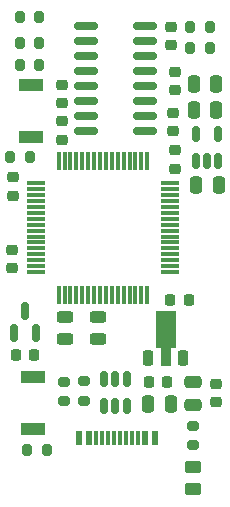
<source format=gbr>
%TF.GenerationSoftware,KiCad,Pcbnew,9.0.2*%
%TF.CreationDate,2025-06-14T09:22:04-04:00*%
%TF.ProjectId,plimsoll,706c696d-736f-46c6-9c2e-6b696361645f,rev?*%
%TF.SameCoordinates,Original*%
%TF.FileFunction,Paste,Top*%
%TF.FilePolarity,Positive*%
%FSLAX46Y46*%
G04 Gerber Fmt 4.6, Leading zero omitted, Abs format (unit mm)*
G04 Created by KiCad (PCBNEW 9.0.2) date 2025-06-14 09:22:04*
%MOMM*%
%LPD*%
G01*
G04 APERTURE LIST*
G04 Aperture macros list*
%AMRoundRect*
0 Rectangle with rounded corners*
0 $1 Rounding radius*
0 $2 $3 $4 $5 $6 $7 $8 $9 X,Y pos of 4 corners*
0 Add a 4 corners polygon primitive as box body*
4,1,4,$2,$3,$4,$5,$6,$7,$8,$9,$2,$3,0*
0 Add four circle primitives for the rounded corners*
1,1,$1+$1,$2,$3*
1,1,$1+$1,$4,$5*
1,1,$1+$1,$6,$7*
1,1,$1+$1,$8,$9*
0 Add four rect primitives between the rounded corners*
20,1,$1+$1,$2,$3,$4,$5,0*
20,1,$1+$1,$4,$5,$6,$7,0*
20,1,$1+$1,$6,$7,$8,$9,0*
20,1,$1+$1,$8,$9,$2,$3,0*%
%AMFreePoly0*
4,1,9,3.862500,-0.866500,0.737500,-0.866500,0.737500,-0.450000,-0.737500,-0.450000,-0.737500,0.450000,0.737500,0.450000,0.737500,0.866500,3.862500,0.866500,3.862500,-0.866500,3.862500,-0.866500,$1*%
G04 Aperture macros list end*
%ADD10RoundRect,0.200000X-0.200000X-0.275000X0.200000X-0.275000X0.200000X0.275000X-0.200000X0.275000X0*%
%ADD11RoundRect,0.225000X-0.250000X0.225000X-0.250000X-0.225000X0.250000X-0.225000X0.250000X0.225000X0*%
%ADD12RoundRect,0.243750X0.456250X-0.243750X0.456250X0.243750X-0.456250X0.243750X-0.456250X-0.243750X0*%
%ADD13R,2.000000X1.050000*%
%ADD14RoundRect,0.225000X0.225000X-0.425000X0.225000X0.425000X-0.225000X0.425000X-0.225000X-0.425000X0*%
%ADD15FreePoly0,90.000000*%
%ADD16RoundRect,0.250000X-0.250000X-0.475000X0.250000X-0.475000X0.250000X0.475000X-0.250000X0.475000X0*%
%ADD17RoundRect,0.150000X0.150000X-0.587500X0.150000X0.587500X-0.150000X0.587500X-0.150000X-0.587500X0*%
%ADD18RoundRect,0.250000X-0.475000X0.250000X-0.475000X-0.250000X0.475000X-0.250000X0.475000X0.250000X0*%
%ADD19RoundRect,0.150000X0.150000X-0.512500X0.150000X0.512500X-0.150000X0.512500X-0.150000X-0.512500X0*%
%ADD20RoundRect,0.200000X-0.275000X0.200000X-0.275000X-0.200000X0.275000X-0.200000X0.275000X0.200000X0*%
%ADD21RoundRect,0.075000X-0.075000X0.700000X-0.075000X-0.700000X0.075000X-0.700000X0.075000X0.700000X0*%
%ADD22RoundRect,0.075000X-0.700000X0.075000X-0.700000X-0.075000X0.700000X-0.075000X0.700000X0.075000X0*%
%ADD23RoundRect,0.200000X0.200000X0.275000X-0.200000X0.275000X-0.200000X-0.275000X0.200000X-0.275000X0*%
%ADD24RoundRect,0.150000X0.850000X0.150000X-0.850000X0.150000X-0.850000X-0.150000X0.850000X-0.150000X0*%
%ADD25RoundRect,0.250000X-0.450000X0.262500X-0.450000X-0.262500X0.450000X-0.262500X0.450000X0.262500X0*%
%ADD26RoundRect,0.225000X0.250000X-0.225000X0.250000X0.225000X-0.250000X0.225000X-0.250000X-0.225000X0*%
%ADD27R,0.600000X1.240000*%
%ADD28R,0.300000X1.240000*%
%ADD29RoundRect,0.225000X0.225000X0.250000X-0.225000X0.250000X-0.225000X-0.250000X0.225000X-0.250000X0*%
%ADD30RoundRect,0.200000X0.275000X-0.200000X0.275000X0.200000X-0.275000X0.200000X-0.275000X-0.200000X0*%
G04 APERTURE END LIST*
D10*
%TO.C,R4*%
X20950000Y-38800000D03*
X22600000Y-38800000D03*
%TD*%
%TO.C,R12*%
X21750000Y-31000000D03*
X23400000Y-31000000D03*
%TD*%
D11*
%TO.C,C8*%
X34900000Y-31600000D03*
X34900000Y-33150000D03*
%TD*%
D12*
%TO.C,D2*%
X25600000Y-54200000D03*
X25600000Y-52325000D03*
%TD*%
D13*
%TO.C,SW2*%
X22700000Y-37140000D03*
X22700000Y-32700000D03*
%TD*%
D14*
%TO.C,U4*%
X32600000Y-55850000D03*
D15*
X34100000Y-55762500D03*
D14*
X35600000Y-55850000D03*
%TD*%
D16*
%TO.C,C11*%
X36500000Y-34800000D03*
X38400000Y-34800000D03*
%TD*%
%TO.C,C2*%
X32650000Y-59700000D03*
X34550000Y-59700000D03*
%TD*%
D17*
%TO.C,U2*%
X21250000Y-53737500D03*
X23150000Y-53737500D03*
X22200000Y-51862500D03*
%TD*%
D18*
%TO.C,C4*%
X36450000Y-57900000D03*
X36450000Y-59800000D03*
%TD*%
D10*
%TO.C,R11*%
X21750000Y-29200000D03*
X23400000Y-29200000D03*
%TD*%
D13*
%TO.C,SW1*%
X22900000Y-61840000D03*
X22900000Y-57400000D03*
%TD*%
D19*
%TO.C,U5*%
X36650000Y-39137500D03*
X37600000Y-39137500D03*
X38550000Y-39137500D03*
X38550000Y-36862500D03*
X36650000Y-36862500D03*
%TD*%
D20*
%TO.C,R13*%
X27200000Y-57800000D03*
X27200000Y-59450000D03*
%TD*%
D21*
%TO.C,U3*%
X32550000Y-39125000D03*
X32050000Y-39125000D03*
X31550000Y-39125000D03*
X31050000Y-39125000D03*
X30550000Y-39125000D03*
X30050000Y-39125000D03*
X29550000Y-39125000D03*
X29050000Y-39125000D03*
X28550000Y-39125000D03*
X28050000Y-39125000D03*
X27550000Y-39125000D03*
X27050000Y-39125000D03*
X26550000Y-39125000D03*
X26050000Y-39125000D03*
X25550000Y-39125000D03*
X25050000Y-39125000D03*
D22*
X23125000Y-41050000D03*
X23125000Y-41550000D03*
X23125000Y-42050000D03*
X23125000Y-42550000D03*
X23125000Y-43050000D03*
X23125000Y-43550000D03*
X23125000Y-44050000D03*
X23125000Y-44550000D03*
X23125000Y-45050000D03*
X23125000Y-45550000D03*
X23125000Y-46050000D03*
X23125000Y-46550000D03*
X23125000Y-47050000D03*
X23125000Y-47550000D03*
X23125000Y-48050000D03*
X23125000Y-48550000D03*
D21*
X25050000Y-50475000D03*
X25550000Y-50475000D03*
X26050000Y-50475000D03*
X26550000Y-50475000D03*
X27050000Y-50475000D03*
X27550000Y-50475000D03*
X28050000Y-50475000D03*
X28550000Y-50475000D03*
X29050000Y-50475000D03*
X29550000Y-50475000D03*
X30050000Y-50475000D03*
X30550000Y-50475000D03*
X31050000Y-50475000D03*
X31550000Y-50475000D03*
X32050000Y-50475000D03*
X32550000Y-50475000D03*
D22*
X34475000Y-48550000D03*
X34475000Y-48050000D03*
X34475000Y-47550000D03*
X34475000Y-47050000D03*
X34475000Y-46550000D03*
X34475000Y-46050000D03*
X34475000Y-45550000D03*
X34475000Y-45050000D03*
X34475000Y-44550000D03*
X34475000Y-44050000D03*
X34475000Y-43550000D03*
X34475000Y-43050000D03*
X34475000Y-42550000D03*
X34475000Y-42050000D03*
X34475000Y-41550000D03*
X34475000Y-41050000D03*
%TD*%
D23*
%TO.C,R5*%
X24025000Y-63600000D03*
X22375000Y-63600000D03*
%TD*%
D24*
%TO.C,U6*%
X32400000Y-36600000D03*
X32400000Y-35330000D03*
X32400000Y-34060000D03*
X32400000Y-32790000D03*
X32400000Y-31520000D03*
X32400000Y-30250000D03*
X32400000Y-28980000D03*
X32400000Y-27710000D03*
X27400000Y-27710000D03*
X27400000Y-28980000D03*
X27400000Y-30250000D03*
X27400000Y-31520000D03*
X27400000Y-32790000D03*
X27400000Y-34060000D03*
X27400000Y-35330000D03*
X27400000Y-36600000D03*
%TD*%
D11*
%TO.C,C17*%
X21100000Y-46700000D03*
X21100000Y-48250000D03*
%TD*%
D25*
%TO.C,R1*%
X36400000Y-65087500D03*
X36400000Y-66912500D03*
%TD*%
D26*
%TO.C,C7*%
X34600000Y-29350000D03*
X34600000Y-27800000D03*
%TD*%
D19*
%TO.C,U1*%
X28900000Y-59875000D03*
X29850000Y-59875000D03*
X30800000Y-59875000D03*
X30800000Y-57600000D03*
X29850000Y-57600000D03*
X28900000Y-57600000D03*
%TD*%
D11*
%TO.C,C13*%
X21200000Y-40550000D03*
X21200000Y-42100000D03*
%TD*%
D10*
%TO.C,R10*%
X21750000Y-27000000D03*
X23400000Y-27000000D03*
%TD*%
D26*
%TO.C,C9*%
X25300000Y-34250000D03*
X25300000Y-32700000D03*
%TD*%
D10*
%TO.C,R8*%
X36175000Y-29600000D03*
X37825000Y-29600000D03*
%TD*%
D12*
%TO.C,D1*%
X28400000Y-54237500D03*
X28400000Y-52362500D03*
%TD*%
D26*
%TO.C,C5*%
X38400000Y-59600000D03*
X38400000Y-58050000D03*
%TD*%
D11*
%TO.C,C14*%
X25300000Y-35800000D03*
X25300000Y-37350000D03*
%TD*%
D20*
%TO.C,R14*%
X25500000Y-57850000D03*
X25500000Y-59500000D03*
%TD*%
D10*
%TO.C,R7*%
X36175000Y-27800000D03*
X37825000Y-27800000D03*
%TD*%
D27*
%TO.C,J2*%
X26800000Y-62580000D03*
X27600000Y-62580000D03*
D28*
X28750000Y-62580000D03*
X29750000Y-62580000D03*
X30250000Y-62580000D03*
X31250000Y-62580000D03*
D27*
X32400000Y-62580000D03*
X33200000Y-62580000D03*
X33200000Y-62580000D03*
X32400000Y-62580000D03*
D28*
X31750000Y-62580000D03*
X30750000Y-62580000D03*
X29250000Y-62580000D03*
X28250000Y-62580000D03*
D27*
X27600000Y-62580000D03*
X26800000Y-62580000D03*
%TD*%
D11*
%TO.C,C15*%
X34900000Y-38250000D03*
X34900000Y-39800000D03*
%TD*%
D29*
%TO.C,C3*%
X34250000Y-57900000D03*
X32700000Y-57900000D03*
%TD*%
D26*
%TO.C,C12*%
X34700000Y-36650000D03*
X34700000Y-35100000D03*
%TD*%
D29*
%TO.C,C16*%
X36050000Y-50900000D03*
X34500000Y-50900000D03*
%TD*%
D30*
%TO.C,R6*%
X36400000Y-63200000D03*
X36400000Y-61550000D03*
%TD*%
D16*
%TO.C,C6*%
X36700000Y-41200000D03*
X38600000Y-41200000D03*
%TD*%
D29*
%TO.C,C1*%
X23000000Y-55600000D03*
X21450000Y-55600000D03*
%TD*%
D16*
%TO.C,C10*%
X36500000Y-32600000D03*
X38400000Y-32600000D03*
%TD*%
M02*

</source>
